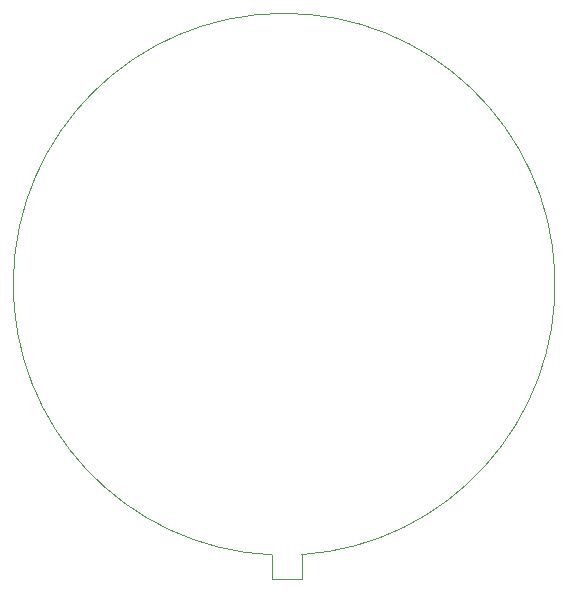
<source format=gbr>
%TF.GenerationSoftware,KiCad,Pcbnew,(5.1.12-1-10_14)*%
%TF.CreationDate,2022-01-19T19:17:41+01:00*%
%TF.ProjectId,CAN_Display,43414e5f-4469-4737-906c-61792e6b6963,rev?*%
%TF.SameCoordinates,Original*%
%TF.FileFunction,Profile,NP*%
%FSLAX46Y46*%
G04 Gerber Fmt 4.6, Leading zero omitted, Abs format (unit mm)*
G04 Created by KiCad (PCBNEW (5.1.12-1-10_14)) date 2022-01-19 19:17:41*
%MOMM*%
%LPD*%
G01*
G04 APERTURE LIST*
%TA.AperFunction,Profile*%
%ADD10C,0.050000*%
%TD*%
G04 APERTURE END LIST*
D10*
X155954858Y-114833013D02*
G75*
G02*
X158495999Y-114807999I1045142J22913013D01*
G01*
X158496000Y-116840000D02*
X158496000Y-114808000D01*
X155956000Y-116840000D02*
X158496000Y-116840000D01*
X155956000Y-114808000D02*
X155956000Y-116840000D01*
M02*

</source>
